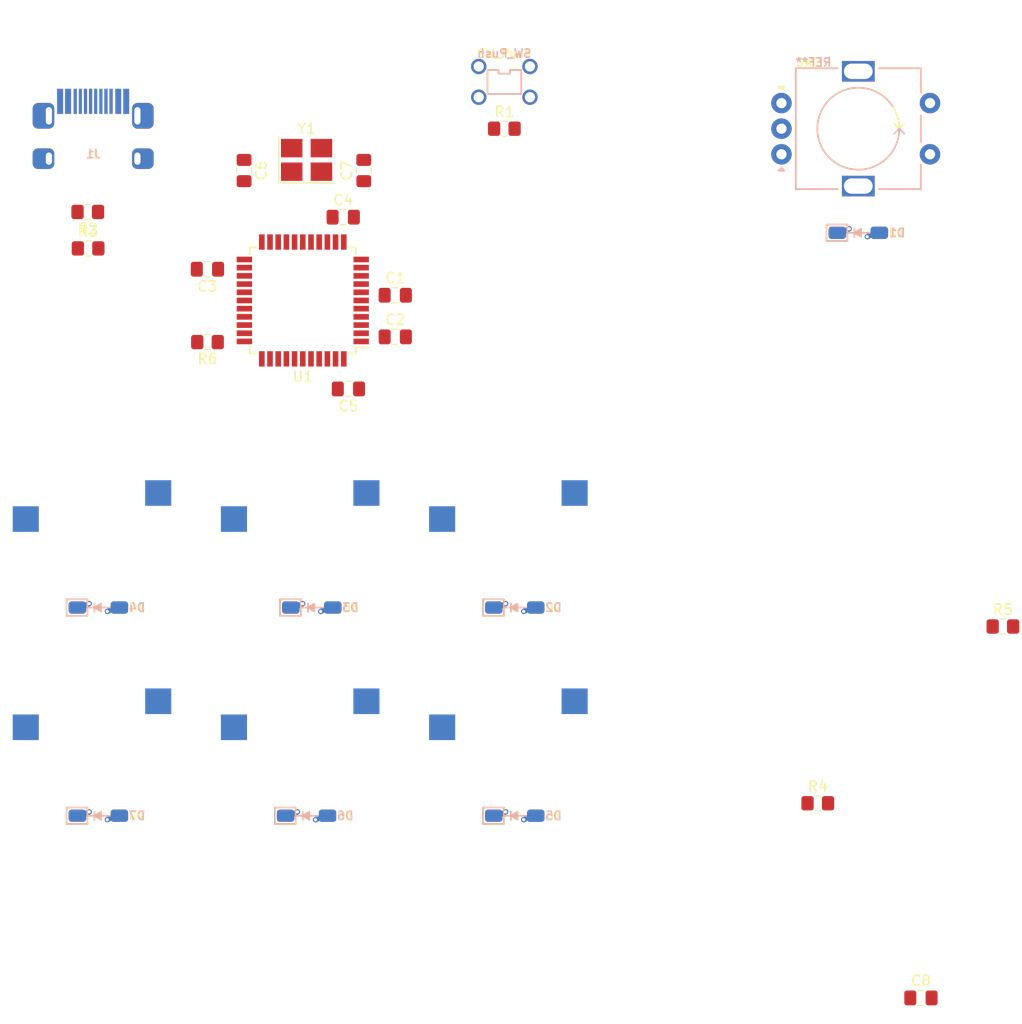
<source format=kicad_pcb>
(kicad_pcb (version 20211014) (generator pcbnew)
  (layers (0 "F.Cu" signal) (31 "B.Cu" signal) (34 "B.Paste" user) (35 "F.Paste" user) (36 "B.SilkS" user "B.Silkscreen") (37 "F.SilkS" user "F.Silkscreen") (38 "B.Mask" user) (39 "F.Mask" user) (44 "Edge.Cuts" user))
  (net 0 "")
  (net 1 "GND")
  (net 2 "Net-(C6-Pad2)")
  (net 3 "Net-(C7-Pad2)")
  (net 4 "Net-(C8-Pad1)")
  (net 5 "row0")
  (net 6 "Net-(D1-Pad2)")
  (net 7 "row1")
  (net 8 "Net-(D2-Pad2)")
  (net 9 "Net-(D3-Pad2)")
  (net 10 "Net-(D4-Pad2)")
  (net 11 "row2")
  (net 12 "Net-(D5-Pad2)")
  (net 13 "Net-(D6-Pad2)")
  (net 14 "Net-(D7-Pad2)")
  (net 15 "VCC")
  (net 16 "Net-(J1-PadA5)")
  (net 17 "D-")
  (net 18 "D+")
  (net 19 "Net-(J1-PadB5)")
  (net 20 "col0")
  (net 21 "col1")
  (net 22 "col2")
  (net 23 "Net-(R1-Pad2)")
  (net 24 "Net-(R4-Pad2)")
  (net 25 "Net-(R5-Pad2)")
  (net 26 "Net-(R6-Pad1)")
  (net 27 "encA")
  (net 28 "encC")
  (net 29 "encB")
  (footprint "Resistor_SMD:R_0805_2012Metric_Pad1.20x1.40mm_HandSolder" (layer "F.Cu") (at 109.8385 90.728)
    (fp_text reference "R4" (at 0 -1.65) (layer "F.SilkS"))
    (fp_text value "22")
    (pad "1" smd roundrect locked (at -1 0) (size 1.2 1.4) (layers "F.Cu" "F.Paste" "F.Mask") (roundrect_rratio 0.208333) (net 18 "D+"))
    (pad "2" smd roundrect locked (at 1 0) (size 1.2 1.4) (layers "F.Cu" "F.Paste" "F.Mask") (roundrect_rratio 0.208333) (net 24 "Net-(R4-Pad2)"))
  )
  (footprint "Resistor_SMD:R_0805_2012Metric_Pad1.20x1.40mm_HandSolder" (layer "F.Cu") (at 38.592 33.02 180)
    (fp_text reference "R2" (at 0 -1.65) (layer "F.SilkS"))
    (fp_text value "5.1k")
    (pad "1" smd roundrect locked (at -1 0 180) (size 1.2 1.4) (layers "F.Cu" "F.Paste" "F.Mask") (roundrect_rratio 0.208333) (net 1 "GND"))
    (pad "2" smd roundrect locked (at 1 0 180) (size 1.2 1.4) (layers "F.Cu" "F.Paste" "F.Mask") (roundrect_rratio 0.208333) (net 16 "Net-(J1-PadA5)"))
  )
  (footprint "Capacitor_SMD:C_0805_2012Metric_Pad1.18x1.45mm_HandSolder" (layer "F.Cu") (at 68.6015 41.148)
    (fp_text reference "C1" (at 0 -1.68) (layer "F.SilkS"))
    (fp_text value "0.1uF")
    (pad "1" smd roundrect locked (at -1.0375 0) (size 1.175 1.45) (layers "F.Cu" "F.Paste" "F.Mask") (roundrect_rratio 0.212766) (net 15 "VCC"))
    (pad "2" smd roundrect locked (at 1.0375 0) (size 1.175 1.45) (layers "F.Cu" "F.Paste" "F.Mask") (roundrect_rratio 0.212766) (net 1 "GND"))
  )
  (footprint "MX_Only:MXOnly-1U-Hotswap" (layer "F.Cu") (at 59.944 85.852)
    (fp_text reference "MX5")
    (fp_text value "MX-NoLED")
    (pad "" np_thru_hole circle locked (at 5.08 0 48.0996) (size 1.75 1.75) (drill 1.75) (layers *.Cu *.Mask))
    (pad "" np_thru_hole circle locked (at 2.54 -5.08) (size 3 3) (drill 3) (layers *.Cu *.Mask))
    (pad "" np_thru_hole circle locked (at -3.81 -2.54) (size 3 3) (drill 3) (layers *.Cu *.Mask))
    (pad "" np_thru_hole circle locked (at -5.08 0 48.0996) (size 1.75 1.75) (drill 1.75) (layers *.Cu *.Mask))
    (pad "" np_thru_hole circle locked (at 0 0) (size 3.9878 3.9878) (drill 3.9878) (layers *.Cu *.Mask))
    (pad "1" smd rect locked (at -7.085 -2.54) (size 2.55 2.5) (layers "B.Cu" "B.Paste" "B.Mask") (net 21 "col1"))
    (pad "2" smd rect locked (at 5.842 -5.08) (size 2.55 2.5) (layers "B.Cu" "B.Paste" "B.Mask") (net 13 "Net-(D6-Pad2)"))
  )
  (footprint "Capacitor_SMD:C_0805_2012Metric_Pad1.18x1.45mm_HandSolder" (layer "F.Cu") (at 119.9095 109.728)
    (fp_text reference "C8" (at 0 -1.68) (layer "F.SilkS"))
    (fp_text value "1uF")
    (pad "1" smd roundrect locked (at -1.0375 0) (size 1.175 1.45) (layers "F.Cu" "F.Paste" "F.Mask") (roundrect_rratio 0.212766) (net 4 "Net-(C8-Pad1)"))
    (pad "2" smd roundrect locked (at 1.0375 0) (size 1.175 1.45) (layers "F.Cu" "F.Paste" "F.Mask") (roundrect_rratio 0.212766) (net 1 "GND"))
  )
  (footprint "MX_Only:MXOnly-1U-Hotswap" (layer "F.Cu") (at 59.944 65.532)
    (fp_text reference "MX2")
    (fp_text value "MX-NoLED")
    (pad "" np_thru_hole circle locked (at 5.08 0 48.0996) (size 1.75 1.75) (drill 1.75) (layers *.Cu *.Mask))
    (pad "" np_thru_hole circle locked (at -5.08 0 48.0996) (size 1.75 1.75) (drill 1.75) (layers *.Cu *.Mask))
    (pad "" np_thru_hole circle locked (at -3.81 -2.54) (size 3 3) (drill 3) (layers *.Cu *.Mask))
    (pad "" np_thru_hole circle locked (at 2.54 -5.08) (size 3 3) (drill 3) (layers *.Cu *.Mask))
    (pad "" np_thru_hole circle locked (at 0 0) (size 3.9878 3.9878) (drill 3.9878) (layers *.Cu *.Mask))
    (pad "1" smd rect locked (at -7.085 -2.54) (size 2.55 2.5) (layers "B.Cu" "B.Paste" "B.Mask") (net 21 "col1"))
    (pad "2" smd rect locked (at 5.842 -5.08) (size 2.55 2.5) (layers "B.Cu" "B.Paste" "B.Mask") (net 9 "Net-(D3-Pad2)"))
  )
  (footprint "reversible-kicad-footprints:D_SOD-123" (layer "F.Cu") (at 80.264 91.948)
    (fp_text reference "D5" (at 2.882 0) (layer "F.SilkS") (effects (font (size 0.8128 0.8128) (thickness 0.1524)) (justify left)))
    (fp_text value "D_Small")
    (fp_text user "${REFERENCE}" (at 2.882 0) (layer "B.SilkS") (effects (font (size 0.8128 0.8128) (thickness 0.1524)) (justify right mirror)))
    (pad "1" thru_hole circle locked (at -0.889 -0.381) (size 0.5 0.5) (drill 0.3) (layers *.Cu) (net 11 "row2") (thermal_gap 0.2))
    (pad "1" smd roundrect locked (at -2.051 0) (size 1.701 1.2) (layers "F.Cu" "F.Paste" "F.Mask") (net 11 "row2") (thermal_gap 0.2))
    (pad "1" smd custom locked (at -1.651 0) (size 0.01 0.01) (layers "F.Cu") (net 11 "row2") (thermal_gap 0.2) (options (clearance convexhull) (anchor circle)) (primitives (gr_line (start 0.762 -0.381) (end 0 0) (width 0.5))))
    (pad "1" smd roundrect locked (at -2.051 0) (size 1.701 1.2) (layers "B.Cu" "B.Paste" "B.Mask") (net 11 "row2") (thermal_gap 0.2))
    (pad "1" smd custom locked (at -1.651 0) (size 0.01 0.01) (layers "B.Cu") (net 11 "row2") (thermal_gap 0.2) (options (clearance convexhull) (anchor circle)) (primitives (gr_line (start 0.762 -0.381) (end 0 0) (width 0.5))))
    (pad "2" smd custom locked (at 1.651 0) (size 0.01 0.01) (layers "F.Cu") (net 12 "Net-(D5-Pad2)") (thermal_gap 0.2) (options (clearance convexhull) (anchor circle)) (primitives (gr_line (start -0.761 0.381) (end 0.001 0) (width 0.5))))
    (pad "2" smd custom locked (at 1.651 0) (size 0.01 0.01) (layers "B.Cu") (net 12 "Net-(D5-Pad2)") (thermal_gap 0.2) (options (clearance convexhull) (anchor circle)) (primitives (gr_line (start -0.761 0.381) (end 0.001 0) (width 0.5))))
    (pad "2" smd roundrect locked (at 2.051 0) (size 1.701 1.2) (layers "B.Cu" "B.Paste" "B.Mask") (net 12 "Net-(D5-Pad2)") (thermal_gap 0.2))
    (pad "2" thru_hole circle locked (at 0.87 0.381) (size 0.5 0.5) (drill 0.3) (layers *.Cu) (net 12 "Net-(D5-Pad2)") (thermal_gap 0.2))
    (pad "2" smd roundrect locked (at 2.051 0) (size 1.701 1.2) (layers "F.Cu" "F.Paste" "F.Mask") (net 12 "Net-(D5-Pad2)") (thermal_gap 0.2))
  )
  (footprint "reversible-kicad-footprints:D_SOD-123" (layer "F.Cu") (at 59.944 91.948)
    (fp_text reference "D6" (at 2.882 0) (layer "F.SilkS") (effects (font (size 0.8128 0.8128) (thickness 0.1524)) (justify left)))
    (fp_text value "D_Small")
    (fp_text user "${REFERENCE}" (at 2.882 0) (layer "B.SilkS") (effects (font (size 0.8128 0.8128) (thickness 0.1524)) (justify right mirror)))
    (pad "1" smd roundrect locked (at -2.051 0) (size 1.701 1.2) (layers "B.Cu" "B.Paste" "B.Mask") (net 11 "row2") (thermal_gap 0.2))
    (pad "1" smd custom locked (at -1.651 0) (size 0.01 0.01) (layers "B.Cu") (net 11 "row2") (thermal_gap 0.2) (options (clearance convexhull) (anchor circle)) (primitives (gr_line (start 0.762 -0.381) (end 0 0) (width 0.5))))
    (pad "1" smd roundrect locked (at -2.051 0) (size 1.701 1.2) (layers "F.Cu" "F.Paste" "F.Mask") (net 11 "row2") (thermal_gap 0.2))
    (pad "1" smd custom locked (at -1.651 0) (size 0.01 0.01) (layers "F.Cu") (net 11 "row2") (thermal_gap 0.2) (options (clearance convexhull) (anchor circle)) (primitives (gr_line (start 0.762 -0.381) (end 0 0) (width 0.5))))
    (pad "1" thru_hole circle locked (at -0.889 -0.381) (size 0.5 0.5) (drill 0.3) (layers *.Cu) (net 11 "row2") (thermal_gap 0.2))
    (pad "2" thru_hole circle locked (at 0.87 0.381) (size 0.5 0.5) (drill 0.3) (layers *.Cu) (net 13 "Net-(D6-Pad2)") (thermal_gap 0.2))
    (pad "2" smd roundrect locked (at 2.051 0) (size 1.701 1.2) (layers "B.Cu" "B.Paste" "B.Mask") (net 13 "Net-(D6-Pad2)") (thermal_gap 0.2))
    (pad "2" smd custom locked (at 1.651 0) (size 0.01 0.01) (layers "F.Cu") (net 13 "Net-(D6-Pad2)") (thermal_gap 0.2) (options (clearance convexhull) (anchor circle)) (primitives (gr_line (start -0.761 0.381) (end 0.001 0) (width 0.5))))
    (pad "2" smd custom locked (at 1.651 0) (size 0.01 0.01) (layers "B.Cu") (net 13 "Net-(D6-Pad2)") (thermal_gap 0.2) (options (clearance convexhull) (anchor circle)) (primitives (gr_line (start -0.761 0.381) (end 0.001 0) (width 0.5))))
    (pad "2" smd roundrect locked (at 2.051 0) (size 1.701 1.2) (layers "F.Cu" "F.Paste" "F.Mask") (net 13 "Net-(D6-Pad2)") (thermal_gap 0.2))
  )
  (footprint "Capacitor_SMD:C_0805_2012Metric_Pad1.18x1.45mm_HandSolder" (layer "F.Cu") (at 65.532 28.9775 90)
    (fp_text reference "C7" (at 0 -1.68 90) (layer "F.SilkS"))
    (fp_text value "22pF")
    (pad "1" smd roundrect locked (at -1.0375 0 90) (size 1.175 1.45) (layers "F.Cu" "F.Paste" "F.Mask") (roundrect_rratio 0.212766) (net 1 "GND"))
    (pad "2" smd roundrect locked (at 1.0375 0 90) (size 1.175 1.45) (layers "F.Cu" "F.Paste" "F.Mask") (roundrect_rratio 0.212766) (net 3 "Net-(C7-Pad2)"))
  )
  (footprint "Resistor_SMD:R_0805_2012Metric_Pad1.20x1.40mm_HandSolder" (layer "F.Cu") (at 127.9085 73.478)
    (fp_text reference "R5" (at 0 -1.65) (layer "F.SilkS"))
    (fp_text value "22")
    (pad "1" smd roundrect locked (at -1 0) (size 1.2 1.4) (layers "F.Cu" "F.Paste" "F.Mask") (roundrect_rratio 0.208333) (net 17 "D-"))
    (pad "2" smd roundrect locked (at 1 0) (size 1.2 1.4) (layers "F.Cu" "F.Paste" "F.Mask") (roundrect_rratio 0.208333) (net 25 "Net-(R5-Pad2)"))
  )
  (footprint "MX_Only:MXOnly-1U-Hotswap" (layer "F.Cu") (at 39.624 85.852)
    (fp_text reference "MX6")
    (fp_text value "MX-NoLED")
    (pad "" np_thru_hole circle locked (at 2.54 -5.08) (size 3 3) (drill 3) (layers *.Cu *.Mask))
    (pad "" np_thru_hole circle locked (at -5.08 0 48.0996) (size 1.75 1.75) (drill 1.75) (layers *.Cu *.Mask))
    (pad "" np_thru_hole circle locked (at -3.81 -2.54) (size 3 3) (drill 3) (layers *.Cu *.Mask))
    (pad "" np_thru_hole circle locked (at 0 0) (size 3.9878 3.9878) (drill 3.9878) (layers *.Cu *.Mask))
    (pad "" np_thru_hole circle locked (at 5.08 0 48.0996) (size 1.75 1.75) (drill 1.75) (layers *.Cu *.Mask))
    (pad "1" smd rect locked (at -7.085 -2.54) (size 2.55 2.5) (layers "B.Cu" "B.Paste" "B.Mask") (net 22 "col2"))
    (pad "2" smd rect locked (at 5.842 -5.08) (size 2.55 2.5) (layers "B.Cu" "B.Paste" "B.Mask") (net 14 "Net-(D7-Pad2)"))
  )
  (footprint "reversible-kicad-footprints:D_SOD-123" (layer "F.Cu") (at 60.452 71.628)
    (fp_text reference "D3" (at 2.882 0) (layer "F.SilkS") (effects (font (size 0.8128 0.8128) (thickness 0.1524)) (justify left)))
    (fp_text value "D_Small")
    (fp_text user "${REFERENCE}" (at 2.882 0) (layer "B.SilkS") (effects (font (size 0.8128 0.8128) (thickness 0.1524)) (justify right mirror)))
    (pad "1" thru_hole circle locked (at -0.889 -0.381) (size 0.5 0.5) (drill 0.3) (layers *.Cu) (net 7 "row1") (thermal_gap 0.2))
    (pad "1" smd custom locked (at -1.651 0) (size 0.01 0.01) (layers "B.Cu") (net 7 "row1") (thermal_gap 0.2) (options (clearance convexhull) (anchor circle)) (primitives (gr_line (start 0.762 -0.381) (end 0 0) (width 0.5))))
    (pad "1" smd custom locked (at -1.651 0) (size 0.01 0.01) (layers "F.Cu") (net 7 "row1") (thermal_gap 0.2) (options (clearance convexhull) (anchor circle)) (primitives (gr_line (start 0.762 -0.381) (end 0 0) (width 0.5))))
    (pad "1" smd roundrect locked (at -2.051 0) (size 1.701 1.2) (layers "F.Cu" "F.Paste" "F.Mask") (net 7 "row1") (thermal_gap 0.2))
    (pad "1" smd roundrect locked (at -2.051 0) (size 1.701 1.2) (layers "B.Cu" "B.Paste" "B.Mask") (net 7 "row1") (thermal_gap 0.2))
    (pad "2" smd roundrect locked (at 2.051 0) (size 1.701 1.2) (layers "B.Cu" "B.Paste" "B.Mask") (net 9 "Net-(D3-Pad2)") (thermal_gap 0.2))
    (pad "2" smd custom locked (at 1.651 0) (size 0.01 0.01) (layers "B.Cu") (net 9 "Net-(D3-Pad2)") (thermal_gap 0.2) (options (clearance convexhull) (anchor circle)) (primitives (gr_line (start -0.761 0.381) (end 0.001 0) (width 0.5))))
    (pad "2" thru_hole circle locked (at 0.87 0.381) (size 0.5 0.5) (drill 0.3) (layers *.Cu) (net 9 "Net-(D3-Pad2)") (thermal_gap 0.2))
    (pad "2" smd custom locked (at 1.651 0) (size 0.01 0.01) (layers "F.Cu") (net 9 "Net-(D3-Pad2)") (thermal_gap 0.2) (options (clearance convexhull) (anchor circle)) (primitives (gr_line (start -0.761 0.381) (end 0.001 0) (width 0.5))))
    (pad "2" smd roundrect locked (at 2.051 0) (size 1.701 1.2) (layers "F.Cu" "F.Paste" "F.Mask") (net 9 "Net-(D3-Pad2)") (thermal_gap 0.2))
  )
  (footprint "Capacitor_SMD:C_0805_2012Metric_Pad1.18x1.45mm_HandSolder" (layer "F.Cu") (at 68.6015 45.212)
    (fp_text reference "C2" (at 0 -1.68) (layer "F.SilkS"))
    (fp_text value "0.1uF")
    (pad "1" smd roundrect locked (at -1.0375 0) (size 1.175 1.45) (layers "F.Cu" "F.Paste" "F.Mask") (roundrect_rratio 0.212766) (net 15 "VCC"))
    (pad "2" smd roundrect locked (at 1.0375 0) (size 1.175 1.45) (layers "F.Cu" "F.Paste" "F.Mask") (roundrect_rratio 0.212766) (net 1 "GND"))
  )
  (footprint "MX_Only:MXOnly-1U-Hotswap" (layer "F.Cu") (at 39.624 65.532)
    (fp_text reference "MX3")
    (fp_text value "MX-NoLED")
    (pad "" np_thru_hole circle locked (at 5.08 0 48.0996) (size 1.75 1.75) (drill 1.75) (layers *.Cu *.Mask))
    (pad "" np_thru_hole circle locked (at -5.08 0 48.0996) (size 1.75 1.75) (drill 1.75) (layers *.Cu *.Mask))
    (pad "" np_thru_hole circle locked (at 2.54 -5.08) (size 3 3) (drill 3) (layers *.Cu *.Mask))
    (pad "" np_thru_hole circle locked (at 0 0) (size 3.9878 3.9878) (drill 3.9878) (layers *.Cu *.Mask))
    (pad "" np_thru_hole circle locked (at -3.81 -2.54) (size 3 3) (drill 3) (layers *.Cu *.Mask))
    (pad "1" smd rect locked (at -7.085 -2.54) (size 2.55 2.5) (layers "B.Cu" "B.Paste" "B.Mask") (net 22 "col2"))
    (pad "2" smd rect locked (at 5.842 -5.08) (size 2.55 2.5) (layers "B.Cu" "B.Paste" "B.Mask") (net 10 "Net-(D4-Pad2)"))
  )
  (footprint "Package_QFP:TQFP-44_10x10mm_P0.8mm" (layer "F.Cu") (at 59.576 41.656 180)
    (fp_text reference "U1" (at 0 -7.45) (layer "F.SilkS"))
    (fp_text value "ATmega32U4-A")
    (pad "1" smd rect locked (at -5.7 -4 180) (size 1.5 0.55) (layers "F.Cu" "F.Paste" "F.Mask"))
    (pad "2" smd rect locked (at -5.7 -3.2 180) (size 1.5 0.55) (layers "F.Cu" "F.Paste" "F.Mask") (net 15 "VCC"))
    (pad "3" smd rect locked (at -5.7 -2.4 180) (size 1.5 0.55) (layers "F.Cu" "F.Paste" "F.Mask") (net 25 "Net-(R5-Pad2)"))
    (pad "4" smd rect locked (at -5.7 -1.6 180) (size 1.5 0.55) (layers "F.Cu" "F.Paste" "F.Mask") (net 24 "Net-(R4-Pad2)"))
    (pad "5" smd rect locked (at -5.7 -0.8 180) (size 1.5 0.55) (layers "F.Cu" "F.Paste" "F.Mask") (net 1 "GND"))
    (pad "6" smd rect locked (at -5.7 0 180) (size 1.5 0.55) (layers "F.Cu" "F.Paste" "F.Mask") (net 4 "Net-(C8-Pad1)"))
    (pad "7" smd rect locked (at -5.7 0.8 180) (size 1.5 0.55) (layers "F.Cu" "F.Paste" "F.Mask") (net 15 "VCC"))
    (pad "8" smd rect locked (at -5.7 1.6 180) (size 1.5 0.55) (layers "F.Cu" "F.Paste" "F.Mask"))
    (pad "9" smd rect locked (at -5.7 2.4 180) (size 1.5 0.55) (layers "F.Cu" "F.Paste" "F.Mask"))
    (pad "10" smd rect locked (at -5.7 3.2 180) (size 1.5 0.55) (layers "F.Cu" "F.Paste" "F.Mask"))
    (pad "11" smd rect locked (at -5.7 4 180) (size 1.5 0.55) (layers "F.Cu" "F.Paste" "F.Mask"))
    (pad "12" smd rect locked (at -4 5.7 270) (size 1.5 0.55) (layers "F.Cu" "F.Paste" "F.Mask"))
    (pad "13" smd rect locked (at -3.2 5.7 270) (size 1.5 0.55) (layers "F.Cu" "F.Paste" "F.Mask") (net 23 "Net-(R1-Pad2)"))
    (pad "14" smd rect locked (at -2.4 5.7 270) (size 1.5 0.55) (layers "F.Cu" "F.Paste" "F.Mask") (net 15 "VCC"))
    (pad "15" smd rect locked (at -1.6 5.7 270) (size 1.5 0.55) (layers "F.Cu" "F.Paste" "F.Mask") (net 1 "GND"))
    (pad "16" smd rect locked (at -0.8 5.7 270) (size 1.5 0.55) (layers "F.Cu" "F.Paste" "F.Mask") (net 3 "Net-(C7-Pad2)"))
    (pad "17" smd rect locked (at 0 5.7 270) (size 1.5 0.55) (layers "F.Cu" "F.Paste" "F.Mask") (net 2 "Net-(C6-Pad2)"))
    (pad "18" smd rect locked (at 0.8 5.7 270) (size 1.5 0.55) (layers "F.Cu" "F.Paste" "F.Mask"))
    (pad "19" smd rect locked (at 1.6 5.7 270) (size 1.5 0.55) (layers "F.Cu" "F.Paste" "F.Mask"))
    (pad "20" smd rect locked (at 2.4 5.7 270) (size 1.5 0.55) (layers "F.Cu" "F.Paste" "F.Mask"))
    (pad "21" smd rect locked (at 3.2 5.7 270) (size 1.5 0.55) (layers "F.Cu" "F.Paste" "F.Mask"))
    (pad "22" smd rect locked (at 4 5.7 270) (size 1.5 0.55) (layers "F.Cu" "F.Paste" "F.Mask"))
    (pad "23" smd rect locked (at 5.7 4 180) (size 1.5 0.55) (layers "F.Cu" "F.Paste" "F.Mask") (net 1 "GND"))
    (pad "24" smd rect locked (at 5.7 3.2 180) (size 1.5 0.55) (layers "F.Cu" "F.Paste" "F.Mask") (net 15 "VCC"))
    (pad "25" smd rect locked (at 5.7 2.4 180) (size 1.5 0.55) (layers "F.Cu" "F.Paste" "F.Mask"))
    (pad "26" smd rect locked (at 5.7 1.6 180) (size 1.5 0.55) (layers "F.Cu" "F.Paste" "F.Mask"))
    (pad "27" smd rect locked (at 5.7 0.8 180) (size 1.5 0.55) (layers "F.Cu" "F.Paste" "F.Mask"))
    (pad "28" smd rect locked (at 5.7 0 180) (size 1.5 0.55) (layers "F.Cu" "F.Paste" "F.Mask"))
    (pad "29" smd rect locked (at 5.7 -0.8 180) (size 1.5 0.55) (layers "F.Cu" "F.Paste" "F.Mask"))
    (pad "30" smd rect locked (at 5.7 -1.6 180) (size 1.5 0.55) (layers "F.Cu" "F.Paste" "F.Mask"))
    (pad "31" smd rect locked (at 5.7 -2.4 180) (size 1.5 0.55) (layers "F.Cu" "F.Paste" "F.Mask"))
    (pad "32" smd rect locked (at 5.7 -3.2 180) (size 1.5 0.55) (layers "F.Cu" "F.Paste" "F.Mask"))
    (pad "33" smd rect locked (at 5.7 -4 180) (size 1.5 0.55) (layers "F.Cu" "F.Paste" "F.Mask") (net 26 "Net-(R6-Pad1)"))
    (pad "34" smd rect locked (at 4 -5.7 270) (size 1.5 0.55) (layers "F.Cu" "F.Paste" "F.Mask") (net 15 "VCC"))
    (pad "35" smd rect locked (at 3.2 -5.7 270) (size 1.5 0.55) (layers "F.Cu" "F.Paste" "F.Mask") (net 1 "GND"))
    (pad "36" smd rect locked (at 2.4 -5.7 270) (size 1.5 0.55) (layers "F.Cu" "F.Paste" "F.Mask"))
    (pad "37" smd rect locked (at 1.6 -5.7 270) (size 1.5 0.55) (layers "F.Cu" "F.Paste" "F.Mask"))
    (pad "38" smd rect locked (at 0.8 -5.7 270) (size 1.5 0.55) (layers "F.Cu" "F.Paste" "F.Mask"))
    (pad "39" smd rect locked (at 0 -5.7 270) (size 1.5 0.55) (layers "F.Cu" "F.Paste" "F.Mask"))
    (pad "40" smd rect locked (at -0.8 -5.7 270) (size 1.5 0.55) (layers "F.Cu" "F.Paste" "F.Mask"))
    (pad "41" smd rect locked (at -1.6 -5.7 270) (size 1.5 0.55) (layers "F.Cu" "F.Paste" "F.Mask"))
    (pad "42" smd rect locked (at -2.4 -5.7 270) (size 1.5 0.55) (layers "F.Cu" "F.Paste" "F.Mask"))
    (pad "43" smd rect locked (at -3.2 -5.7 270) (size 1.5 0.55) (layers "F.Cu" "F.Paste" "F.Mask") (net 1 "GND"))
    (pad "44" smd rect locked (at -4 -5.7 270) (size 1.5 0.55) (layers "F.Cu" "F.Paste" "F.Mask") (net 15 "VCC"))
  )
  (footprint "reversible-kicad-footprints:D_SOD-123" (layer "F.Cu") (at 39.624 71.628)
    (fp_text reference "D4" (at 2.882 0) (layer "F.SilkS") (effects (font (size 0.8128 0.8128) (thickness 0.1524)) (justify left)))
    (fp_text value "D_Small")
    (fp_text user "${REFERENCE}" (at 2.882 0) (layer "B.SilkS") (effects (font (size 0.8128 0.8128) (thickness 0.1524)) (justify right mirror)))
    (pad "1" smd custom locked (at -1.651 0) (size 0.01 0.01) (layers "F.Cu") (net 7 "row1") (thermal_gap 0.2) (options (clearance convexhull) (anchor circle)) (primitives (gr_line (start 0.762 -0.381) (end 0 0) (width 0.5))))
    (pad "1" smd custom locked (at -1.651 0) (size 0.01 0.01) (layers "B.Cu") (net 7 "row1") (thermal_gap 0.2) (options (clearance convexhull) (anchor circle)) (primitives (gr_line (start 0.762 -0.381) (end 0 0) (width 0.5))))
    (pad "1" smd roundrect locked (at -2.051 0) (size 1.701 1.2) (layers "B.Cu" "B.Paste" "B.Mask") (net 7 "row1") (thermal_gap 0.2))
    (pad "1" smd roundrect locked (at -2.051 0) (size 1.701 1.2) (layers "F.Cu" "F.Paste" "F.Mask") (net 7 "row1") (thermal_gap 0.2))
    (pad "1" thru_hole circle locked (at -0.889 -0.381) (size 0.5 0.5) (drill 0.3) (layers *.Cu) (net 7 "row1") (thermal_gap 0.2))
    (pad "2" smd roundrect locked (at 2.051 0) (size 1.701 1.2) (layers "F.Cu" "F.Paste" "F.Mask") (net 10 "Net-(D4-Pad2)") (thermal_gap 0.2))
    (pad "2" smd custom locked (at 1.651 0) (size 0.01 0.01) (layers "B.Cu") (net 10 "Net-(D4-Pad2)") (thermal_gap 0.2) (options (clearance convexhull) (anchor circle)) (primitives (gr_line (start -0.761 0.381) (end 0.001 0) (width 0.5))))
    (pad "2" thru_hole circle locked (at 0.87 0.381) (size 0.5 0.5) (drill 0.3) (layers *.Cu) (net 10 "Net-(D4-Pad2)") (thermal_gap 0.2))
    (pad "2" smd custom locked (at 1.651 0) (size 0.01 0.01) (layers "F.Cu") (net 10 "Net-(D4-Pad2)") (thermal_gap 0.2) (options (clearance convexhull) (anchor circle)) (primitives (gr_line (start -0.761 0.381) (end 0.001 0) (width 0.5))))
    (pad "2" smd roundrect locked (at 2.051 0) (size 1.701 1.2) (layers "B.Cu" "B.Paste" "B.Mask") (net 10 "Net-(D4-Pad2)") (thermal_gap 0.2))
  )
  (footprint "Crystal:Crystal_SMD_3225-4Pin_3.2x2.5mm_HandSoldering" (layer "F.Cu") (at 59.944 27.94)
    (fp_text reference "Y1" (at 0 -3.05) (layer "F.SilkS"))
    (fp_text value "16MHz")
    (pad "1" smd rect locked (at -1.45 1.15) (size 2.1 1.8) (layers "F.Cu" "F.Paste" "F.Mask") (net 2 "Net-(C6-Pad2)"))
    (pad "2" smd rect locked (at 1.45 1.15) (size 2.1 1.8) (layers "F.Cu" "F.Paste" "F.Mask") (net 1 "GND"))
    (pad "3" smd rect locked (at 1.45 -1.15) (size 2.1 1.8) (layers "F.Cu" "F.Paste" "F.Mask") (net 3 "Net-(C7-Pad2)"))
    (pad "4" smd rect locked (at -1.45 -1.15) (size 2.1 1.8) (layers "F.Cu" "F.Paste" "F.Mask") (net 1 "GND"))
  )
  (footprint "reversible-kicad-footprints:HRO-TYPE-C-31-M-12-HandSoldering-NoSBU" (layer "F.Cu") (at 39.116 26.416)
    (fp_text reference "J1" (at 0 0.94378) (layer "F.SilkS") (effects (font (size 0.8128 0.8128) (thickness 0.1524))))
    (fp_text value "HRO-TYPE-C")
    (fp_text user "${REFERENCE}" (at 0 0.94378) (layer "B.SilkS") (effects (font (size 0.8128 0.8128) (thickness 0.1524)) (justify mirror)))
    (pad "" np_thru_hole circle locked (at 2.89 -2.25) (size 0.65 0.65) (drill 0.65) (layers *.Cu *.Mask))
    (pad "" np_thru_hole circle locked (at -2.89 -2.25) (size 0.65 0.65) (drill 0.65) (layers *.Cu *.Mask))
    (pad "A1" smd rect locked (at -3.225 -4.195) (size 0.57 2.45) (layers "F.Cu" "F.Paste" "F.Mask") (net 1 "GND"))
    (pad "A1" smd rect locked (at 3.225 -4.195) (size 0.57 2.45) (layers "B.Cu" "B.Paste" "B.Mask") (net 1 "GND"))
    (pad "A4" smd rect locked (at -2.45 -4.195) (size 0.57 2.45) (layers "F.Cu" "F.Paste" "F.Mask") (net 15 "VCC"))
    (pad "A4" smd rect locked (at 2.45 -4.195) (size 0.57 2.45) (layers "B.Cu" "B.Paste" "B.Mask") (net 15 "VCC"))
    (pad "A5" smd rect locked (at -1.25 -4.195) (size 0.3 2.45) (layers "F.Cu" "F.Paste" "F.Mask") (net 16 "Net-(J1-PadA5)"))
    (pad "A5" smd rect locked (at 1.25 -4.195) (size 0.3 2.45) (layers "B.Cu" "B.Paste" "B.Mask") (net 16 "Net-(J1-PadA5)"))
    (pad "A6" smd rect locked (at 0.25 -4.195) (size 0.3 2.45) (layers "B.Cu" "B.Paste" "B.Mask") (net 18 "D+"))
    (pad "A6" smd rect locked (at -0.25 -4.195) (size 0.3 2.45) (layers "F.Cu" "F.Paste" "F.Mask") (net 18 "D+"))
    (pad "A7" smd rect locked (at -0.25 -4.195) (size 0.3 2.45) (layers "B.Cu" "B.Paste" "B.Mask") (net 17 "D-"))
    (pad "A7" smd rect locked (at 0.25 -4.195) (size 0.3 2.45) (layers "F.Cu" "F.Paste" "F.Mask") (net 17 "D-"))
    (pad "B1" smd rect locked (at -3.225 -4.195) (size 0.57 2.45) (layers "B.Cu" "B.Paste" "B.Mask") (net 1 "GND"))
    (pad "B1" smd rect locked (at 3.225 -4.195) (size 0.57 2.45) (layers "F.Cu" "F.Paste" "F.Mask") (net 1 "GND"))
    (pad "B4" smd rect locked (at -2.45 -4.195) (size 0.57 2.45) (layers "B.Cu" "B.Paste" "B.Mask") (net 15 "VCC"))
    (pad "B4" smd rect locked (at 2.45 -4.195) (size 0.57 2.45) (layers "F.Cu" "F.Paste" "F.Mask") (net 15 "VCC"))
    (pad "B5" smd rect locked (at 1.75 -4.195) (size 0.3 2.45) (layers "F.Cu" "F.Paste" "F.Mask") (net 19 "Net-(J1-PadB5)"))
    (pad "B5" smd rect locked (at -1.75 -4.195) (size 0.3 2.45) (layers "B.Cu" "B.Paste" "B.Mask") (net 19 "Net-(J1-PadB5)"))
    (pad "B6" smd rect locked (at -0.75 -4.195) (size 0.3 2.45) (layers "B.Cu" "B.Paste" "B.Mask") (net 18 "D+"))
    (pad "B6" smd rect locked (at 0.75 -4.195) (size 0.3 2.45) (layers "F.Cu" "F.Paste" "F.Mask") (net 18 "D+"))
    (pad "B7" smd rect locked (at -0.75 -4.195) (size 0.3 2.45) (layers "F.Cu" "F.Paste" "F.Mask") (net 17 "D-"))
    (pad "B7" smd rect locked (at 0.75 -4.195) (size 0.3 2.45) (layers "B.Cu" "B.Paste" "B.Mask") (net 17 "D-"))
    (pad "S1" smd roundrect locked (at 4.85 1.4) (size 2.1 2) (layers "F.Cu" "F.Mask") (net 1 "GND"))
    (pad "S1" smd roundrect locked (at -4.85 1.4) (size 2.1 2) (layers "B.Cu" "B.Mask") (net 1 "GND"))
    (pad "S1" thru_hole oval locked (at 4.32 1.4) (size 1 1.6) (drill oval 0.6 1.2) (layers *.Cu *.Mask) (net 1 "GND"))
    (pad "S1" smd roundrect locked (at 4.85 1.4) (size 2.1 2) (layers "B.Cu" "B.Mask") (net 1 "GND"))
    (pad "S1" thru_hole oval locked (at -4.32 1.4) (size 1 1.6) (drill oval 0.6 1.2) (layers *.Cu *.Mask) (net 1 "GND"))
    (pad "S1" thru_hole oval locked (at -4.32 -2.78) (size 1 2.1) (drill oval 0.6 1.7) (layers *.Cu *.Mask) (net 1 "GND"))
    (pad "S1" smd roundrect locked (at -4.85 1.4) (size 2.1 2) (layers "F.Cu" "F.Mask") (net 1 "GND"))
    (pad "S1" smd roundrect locked (at -4.85 -2.78) (size 2.1 2.5) (layers "F.Cu" "F.Mask") (net 1 "GND"))
    (pad "S1" smd roundrect locked (at 4.85 -2.78) (size 2.1 2.5) (layers "B.Cu" "B.Mask") (net 1 "GND"))
    (pad "S1" smd roundrect locked (at 4.85 -2.78) (size 2.1 2.5) (layers "F.Cu" "F.Mask") (net 1 "GND"))
    (pad "S1" thru_hole oval locked (at 4.32 -2.78) (size 1 2.1) (drill oval 0.6 1.7) (layers *.Cu *.Mask) (net 1 "GND"))
    (pad "S1" smd roundrect locked (at -4.85 -2.78) (size 2.1 2.5) (layers "B.Cu" "B.Mask") (net 1 "GND"))
    (pad "~" smd rect locked (at 1.25 -4.195) (size 0.3 2.45) (layers "F.Cu" "F.Paste" "F.Mask"))
    (pad "~" smd rect locked (at 1.75 -4.195) (size 0.3 2.45) (layers "B.Cu" "B.Paste" "B.Mask"))
    (pad "~" smd rect locked (at -1.75 -4.195) (size 0.3 2.45) (layers "F.Cu" "F.Paste" "F.Mask"))
    (pad "~" smd rect locked (at -1.25 -4.195) (size 0.3 2.45) (layers "B.Cu" "B.Paste" "B.Mask"))
  )
  (footprint "Capacitor_SMD:C_0805_2012Metric_Pad1.18x1.45mm_HandSolder" (layer "F.Cu") (at 64.0295 50.292 180)
    (fp_text reference "C5" (at 0 -1.68) (layer "F.SilkS"))
    (fp_text value "10uF")
    (pad "1" smd roundrect locked (at -1.0375 0 180) (size 1.175 1.45) (layers "F.Cu" "F.Paste" "F.Mask") (roundrect_rratio 0.212766) (net 15 "VCC"))
    (pad "2" smd roundrect locked (at 1.0375 0 180) (size 1.175 1.45) (layers "F.Cu" "F.Paste" "F.Mask") (roundrect_rratio 0.212766) (net 1 "GND"))
  )
  (footprint "reversible-kicad-footprints:D_SOD-123" (layer "F.Cu") (at 39.624 91.948)
    (fp_text reference "D7" (at 2.882 0) (layer "F.SilkS") (effects (font (size 0.8128 0.8128) (thickness 0.1524)) (justify left)))
    (fp_text value "D_Small")
    (fp_text user "${REFERENCE}" (at 2.882 0) (layer "B.SilkS") (effects (font (size 0.8128 0.8128) (thickness 0.1524)) (justify right mirror)))
    (pad "1" smd custom locked (at -1.651 0) (size 0.01 0.01) (layers "F.Cu") (net 11 "row2") (thermal_gap 0.2) (options (clearance convexhull) (anchor circle)) (primitives (gr_line (start 0.762 -0.381) (end 0 0) (width 0.5))))
    (pad "1" smd roundrect locked (at -2.051 0) (size 1.701 1.2) (layers "F.Cu" "F.Paste" "F.Mask") (net 11 "row2") (thermal_gap 0.2))
    (pad "1" smd custom locked (at -1.651 0) (size 0.01 0.01) (layers "B.Cu") (net 11 "row2") (thermal_gap 0.2) (options (clearance convexhull) (anchor circle)) (primitives (gr_line (start 0.762 -0.381) (end 0 0) (width 0.5))))
    (pad "1" thru_hole circle locked (at -0.889 -0.381) (size 0.5 0.5) (drill 0.3) (layers *.Cu) (net 11 "row2") (thermal_gap 0.2))
    (pad "1" smd roundrect locked (at -2.051 0) (size 1.701 1.2) (layers "B.Cu" "B.Paste" "B.Mask") (net 11 "row2") (thermal_gap 0.2))
    (pad "2" smd roundrect locked (at 2.051 0) (size 1.701 1.2) (layers "B.Cu" "B.Paste" "B.Mask") (net 14 "Net-(D7-Pad2)") (thermal_gap 0.2))
    (pad "2" thru_hole circle locked (at 0.87 0.381) (size 0.5 0.5) (drill 0.3) (layers *.Cu) (net 14 "Net-(D7-Pad2)") (thermal_gap 0.2))
    (pad "2" smd roundrect locked (at 2.051 0) (size 1.701 1.2) (layers "F.Cu" "F.Paste" "F.Mask") (net 14 "Net-(D7-Pad2)") (thermal_gap 0.2))
    (pad "2" smd custom locked (at 1.651 0) (size 0.01 0.01) (layers "F.Cu") (net 14 "Net-(D7-Pad2)") (thermal_gap 0.2) (options (clearance convexhull) (anchor circle)) (primitives (gr_line (start -0.761 0.381) (end 0.001 0) (width 0.5))))
    (pad "2" smd custom locked (at 1.651 0) (size 0.01 0.01) (layers "B.Cu") (net 14 "Net-(D7-Pad2)") (thermal_gap 0.2) (options (clearance convexhull) (anchor circle)) (primitives (gr_line (start -0.761 0.381) (end 0.001 0) (width 0.5))))
  )
  (footprint "reversible-kicad-footprints:D_SOD-123" (layer "F.Cu") (at 113.792 35.052)
    (fp_text reference "D1" (at 2.882 0) (layer "F.SilkS") (effects (font (size 0.8128 0.8128) (thickness 0.1524)) (justify left)))
    (fp_text value "D_Small")
    (fp_text user "${REFERENCE}" (at 2.882 0) (layer "B.SilkS") (effects (font (size 0.8128 0.8128) (thickness 0.1524)) (justify right mirror)))
    (pad "1" smd custom locked (at -1.651 0) (size 0.01 0.01) (layers "B.Cu") (net 5 "row0") (thermal_gap 0.2) (options (clearance convexhull) (anchor circle)) (primitives (gr_line (start 0.762 -0.381) (end 0 0) (width 0.5))))
    (pad "1" smd roundrect locked (at -2.051 0) (size 1.701 1.2) (layers "F.Cu" "F.Paste" "F.Mask") (net 5 "row0") (thermal_gap 0.2))
    (pad "1" smd roundrect locked (at -2.051 0) (size 1.701 1.2) (layers "B.Cu" "B.Paste" "B.Mask") (net 5 "row0") (thermal_gap 0.2))
    (pad "1" thru_hole circle locked (at -0.889 -0.381) (size 0.5 0.5) (drill 0.3) (layers *.Cu) (net 5 "row0") (thermal_gap 0.2))
    (pad "1" smd custom locked (at -1.651 0) (size 0.01 0.01) (layers "F.Cu") (net 5 "row0") (thermal_gap 0.2) (options (clearance convexhull) (anchor circle)) (primitives (gr_line (start 0.762 -0.381) (end 0 0) (width 0.5))))
    (pad "2" smd roundrect locked (at 2.051 0) (size 1.701 1.2) (layers "B.Cu" "B.Paste" "B.Mask") (net 6 "Net-(D1-Pad2)") (thermal_gap 0.2))
    (pad "2" smd roundrect locked (at 2.051 0) (size 1.701 1.2) (layers "F.Cu" "F.Paste" "F.Mask") (net 6 "Net-(D1-Pad2)") (thermal_gap 0.2))
    (pad "2" thru_hole circle locked (at 0.87 0.381) (size 0.5 0.5) (drill 0.3) (layers *.Cu) (net 6 "Net-(D1-Pad2)") (thermal_gap 0.2))
    (pad "2" smd custom locked (at 1.651 0) (size 0.01 0.01) (layers "B.Cu") (net 6 "Net-(D1-Pad2)") (thermal_gap 0.2) (options (clearance convexhull) (anchor circle)) (primitives (gr_line (start -0.761 0.381) (end 0.001 0) (width 0.5))))
    (pad "2" smd custom locked (at 1.651 0) (size 0.01 0.01) (layers "F.Cu") (net 6 "Net-(D1-Pad2)") (thermal_gap 0.2) (options (clearance convexhull) (anchor circle)) (primitives (gr_line (start -0.761 0.381) (end 0.001 0) (width 0.5))))
  )
  (footprint "Capacitor_SMD:C_0805_2012Metric_Pad1.18x1.45mm_HandSolder" (layer "F.Cu") (at 50.2705 38.608 180)
    (fp_text reference "C3" (at 0 -1.68) (layer "F.SilkS"))
    (fp_text value "0.1uF")
    (pad "1" smd roundrect locked (at -1.0375 0 180) (size 1.175 1.45) (layers "F.Cu" "F.Paste" "F.Mask") (roundrect_rratio 0.212766) (net 15 "VCC"))
    (pad "2" smd roundrect locked (at 1.0375 0 180) (size 1.175 1.45) (layers "F.Cu" "F.Paste" "F.Mask") (roundrect_rratio 0.212766) (net 1 "GND"))
  )
  (footprint "reversible-kicad-footprints:EC11_Switch" (layer "F.Cu") (at 113.792 24.892)
    (fp_text reference "SW2" (at -6.223 -6.477) (layer "F.SilkS") (effects (font (size 0.8128 0.8128) (thickness 0.1524)) (justify left)))
    (fp_text value "RotaryEncoder_Switch")
    (fp_text user "REF**" (at -6.223 -6.477 180) (layer "B.SilkS") (effects (font (size 0.8128 0.8128) (thickness 0.1524)) (justify right mirror)))
    (pad "A" thru_hole circle locked (at -7.5 -2.5) (size 2 2) (drill 1) (layers *.Cu *.Mask) (net 27 "encA"))
    (pad "B" thru_hole circle locked (at -7.5 2.5) (size 2 2) (drill 1) (layers *.Cu *.Mask) (net 29 "encB"))
    (pad "C" thru_hole circle locked (at -7.5 0) (size 2 2) (drill 1) (layers *.Cu *.Mask) (net 28 "encC"))
    (pad "MP" thru_hole rect locked (at 0 5.6) (size 3.2 2) (drill oval 2.8 1.5) (layers *.Cu *.Mask))
    (pad "MP" thru_hole rect locked (at 0 -5.6) (size 3.2 2) (drill oval 2.8 1.5) (layers *.Cu *.Mask))
    (pad "S1" thru_hole circle locked (at 7 2.5) (size 2 2) (drill 1) (layers *.Cu *.Mask) (net 21 "col1"))
    (pad "S2" thru_hole circle locked (at 7 -2.5) (size 2 2) (drill 1) (layers *.Cu *.Mask) (net 6 "Net-(D1-Pad2)"))
  )
  (footprint "MX_Only:MXOnly-1U-Hotswap" (layer "F.Cu") (at 80.264 85.852)
    (fp_text reference "MX4")
    (fp_text value "MX-NoLED")
    (pad "" np_thru_hole circle locked (at -3.81 -2.54) (size 3 3) (drill 3) (layers *.Cu *.Mask))
    (pad "" np_thru_hole circle locked (at -5.08 0 48.0996) (size 1.75 1.75) (drill 1.75) (layers *.Cu *.Mask))
    (pad "" np_thru_hole circle locked (at 5.08 0 48.0996) (size 1.75 1.75) (drill 1.75) (layers *.Cu *.Mask))
    (pad "" np_thru_hole circle locked (at 0 0) (size 3.9878 3.9878) (drill 3.9878) (layers *.Cu *.Mask))
    (pad "" np_thru_hole circle locked (at 2.54 -5.08) (size 3 3) (drill 3) (layers *.Cu *.Mask))
    (pad "1" smd rect locked (at -7.085 -2.54) (size 2.55 2.5) (layers "B.Cu" "B.Paste" "B.Mask") (net 20 "col0"))
    (pad "2" smd rect locked (at 5.842 -5.08) (size 2.55 2.5) (layers "B.Cu" "B.Paste" "B.Mask") (net 12 "Net-(D5-Pad2)"))
  )
  (footprint "Resistor_SMD:R_0805_2012Metric_Pad1.20x1.40mm_HandSolder" (layer "F.Cu") (at 38.624 36.576)
    (fp_text reference "R3" (at 0 -1.65) (layer "F.SilkS"))
    (fp_text value "5.1k")
    (pad "1" smd roundrect locked (at -1 0) (size 1.2 1.4) (layers "F.Cu" "F.Paste" "F.Mask") (roundrect_rratio 0.208333) (net 1 "GND"))
    (pad "2" smd roundrect locked (at 1 0) (size 1.2 1.4) (layers "F.Cu" "F.Paste" "F.Mask") (roundrect_rratio 0.208333) (net 19 "Net-(J1-PadB5)"))
  )
  (footprint "MX_Only:MXOnly-1U-Hotswap" (layer "F.Cu") (at 80.264 65.532)
    (fp_text reference "MX1")
    (fp_text value "MX-NoLED")
    (pad "" np_thru_hole circle locked (at 2.54 -5.08) (size 3 3) (drill 3) (layers *.Cu *.Mask))
    (pad "" np_thru_hole circle locked (at 5.08 0 48.0996) (size 1.75 1.75) (drill 1.75) (layers *.Cu *.Mask))
    (pad "" np_thru_hole circle locked (at -5.08 0 48.0996) (size 1.75 1.75) (drill 1.75) (layers *.Cu *.Mask))
    (pad "" np_thru_hole circle locked (at 0 0) (size 3.9878 3.9878) (drill 3.9878) (layers *.Cu *.Mask))
    (pad "" np_thru_hole circle locked (at -3.81 -2.54) (size 3 3) (drill 3) (layers *.Cu *.Mask))
    (pad "1" smd rect locked (at -7.085 -2.54) (size 2.55 2.5) (layers "B.Cu" "B.Paste" "B.Mask") (net 20 "col0"))
    (pad "2" smd rect locked (at 5.842 -5.08) (size 2.55 2.5) (layers "B.Cu" "B.Paste" "B.Mask") (net 8 "Net-(D2-Pad2)"))
  )
  (footprint "reversible-kicad-footprints:PushButton_4.5mm" (layer "F.Cu") (at 79.248 20.32 -90)
    (fp_text reference "SW1")
    (fp_text value "SW_Push")
    (fp_text user "${VALUE}" (at -2.7686 0) (layer "B.SilkS") (effects (font (size 0.8128 0.8128) (thickness 0.1524)) (justify mirror)))
    (fp_text user "${VALUE}" (at -2.7686 0) (layer "F.SilkS") (effects (font (size 0.8128 0.8128) (thickness 0.1524))))
    (pad "1" thru_hole circle locked (at -1.5 2.5 270) (size 1.5 1.5) (drill 1) (layers *.Cu *.Mask) (net 1 "GND"))
    (pad "1" thru_hole circle locked (at -1.5 -2.5 270) (size 1.5 1.5) (drill 1) (layers *.Cu *.Mask) (net 1 "GND"))
    (pad "2" thru_hole circle locked (at 1.5 -2.5 270) (size 1.5 1.5) (drill 1) (layers *.Cu *.Mask) (net 23 "Net-(R1-Pad2)"))
    (pad "2" thru_hole circle locked (at 1.5 2.5 270) (size 1.5 1.5) (drill 1) (layers *.Cu *.Mask) (net 23 "Net-(R1-Pad2)"))
  )
  (footprint "Capacitor_SMD:C_0805_2012Metric_Pad1.18x1.45mm_HandSolder" (layer "F.Cu") (at 53.848 28.9775 -90)
    (fp_text reference "C6" (at 0 -1.68 90) (layer "F.SilkS"))
    (fp_text value "22pF")
    (pad "1" smd roundrect locked (at -1.0375 0 270) (size 1.175 1.45) (layers "F.Cu" "F.Paste" "F.Mask") (roundrect_rratio 0.212766) (net 1 "GND"))
    (pad "2" smd roundrect locked (at 1.0375 0 270) (size 1.175 1.45) (layers "F.Cu" "F.Paste" "F.Mask") (roundrect_rratio 0.212766) (net 2 "Net-(C6-Pad2)"))
  )
  (footprint "Resistor_SMD:R_0805_2012Metric_Pad1.20x1.40mm_HandSolder" (layer "F.Cu") (at 50.276 45.72 180)
    (fp_text reference "R6" (at 0 -1.65) (layer "F.SilkS"))
    (fp_text value "10k")
    (pad "1" smd roundrect locked (at -1 0 180) (size 1.2 1.4) (layers "F.Cu" "F.Paste" "F.Mask") (roundrect_rratio 0.208333) (net 26 "Net-(R6-Pad1)"))
    (pad "2" smd roundrect locked (at 1 0 180) (size 1.2 1.4) (layers "F.Cu" "F.Paste" "F.Mask") (roundrect_rratio 0.208333) (net 1 "GND"))
  )
  (footprint "reversible-kicad-footprints:D_SOD-123" (layer "F.Cu") (at 80.264 71.628)
    (fp_text reference "D2" (at 2.882 0) (layer "F.SilkS") (effects (font (size 0.8128 0.8128) (thickness 0.1524)) (justify left)))
    (fp_text value "D_Small")
    (fp_text user "${REFERENCE}" (at 2.882 0) (layer "B.SilkS") (effects (font (size 0.8128 0.8128) (thickness 0.1524)) (justify right mirror)))
    (pad "1" smd custom locked (at -1.651 0) (size 0.01 0.01) (layers "B.Cu") (net 7 "row1") (thermal_gap 0.2) (options (clearance convexhull) (anchor circle)) (primitives (gr_line (start 0.762 -0.381) (end 0 0) (width 0.5))))
    (pad "1" smd roundrect locked (at -2.051 0) (size 1.701 1.2) (layers "F.Cu" "F.Paste" "F.Mask") (net 7 "row1") (thermal_gap 0.2))
    (pad "1" smd roundrect locked (at -2.051 0) (size 1.701 1.2) (layers "B.Cu" "B.Paste" "B.Mask") (net 7 "row1") (thermal_gap 0.2))
    (pad "1" smd custom locked (at -1.651 0) (size 0.01 0.01) (layers "F.Cu") (net 7 "row1") (thermal_gap 0.2) (options (clearance convexhull) (anchor circle)) (primitives (gr_line (start 0.762 -0.381) (end 0 0) (width 0.5))))
    (pad "1" thru_hole circle locked (at -0.889 -0.381) (size 0.5 0.5) (drill 0.3) (layers *.Cu) (net 7 "row1") (thermal_gap 0.2))
    (pad "2" smd custom locked (at 1.651 0) (size 0.01 0.01) (layers "F.Cu") (net 8 "Net-(D2-Pad2)") (thermal_gap 0.2) (options (clearance convexhull) (anchor circle)) (primitives (gr_line (start -0.761 0.381) (end 0.001 0) (width 0.5))))
    (pad "2" smd roundrect locked (at 2.051 0) (size 1.701 1.2) (layers "B.Cu" "B.Paste" "B.Mask") (net 8 "Net-(D2-Pad2)") (thermal_gap 0.2))
    (pad "2" thru_hole circle locked (at 0.87 0.381) (size 0.5 0.5) (drill 0.3) (layers *.Cu) (net 8 "Net-(D2-Pad2)") (thermal_gap 0.2))
    (pad "2" smd custom locked (at 1.651 0) (size 0.01 0.01) (layers "B.Cu") (net 8 "Net-(D2-Pad2)") (thermal_gap 0.2) (options (clearance convexhull) (anchor circle)) (primitives (gr_line (start -0.761 0.381) (end 0.001 0) (width 0.5))))
    (pad "2" smd roundrect locked (at 2.051 0) (size 1.701 1.2) (layers "F.Cu" "F.Paste" "F.Mask") (net 8 "Net-(D2-Pad2)") (thermal_gap 0.2))
  )
  (footprint "Capacitor_SMD:C_0805_2012Metric_Pad1.18x1.45mm_HandSolder" (layer "F.Cu") (at 63.5215 33.528)
    (fp_text reference "C4" (at 0 -1.68) (layer "F.SilkS"))
    (fp_text value "0.1uF")
    (pad "1" smd roundrect locked (at -1.0375 0) (size 1.175 1.45) (layers "F.Cu" "F.Paste" "F.Mask") (roundrect_rratio 0.212766) (net 15 "VCC"))
    (pad "2" smd roundrect locked (at 1.0375 0) (size 1.175 1.45) (layers "F.Cu" "F.Paste" "F.Mask") (roundrect_rratio 0.212766) (net 1 "GND"))
  )
  (footprint "Resistor_SMD:R_0805_2012Metric_Pad1.20x1.40mm_HandSolder" (layer "F.Cu") (at 79.248 24.892)
    (fp_text reference "R1" (at 0 -1.65) (layer "F.SilkS"))
    (fp_text value "10k")
    (pad "1" smd roundrect locked (at -1 0) (size 1.2 1.4) (layers "F.Cu" "F.Paste" "F.Mask") (roundrect_rratio 0.208333) (net 15 "VCC"))
    (pad "2" smd roundrect locked (at 1 0) (size 1.2 1.4) (layers "F.Cu" "F.Paste" "F.Mask") (roundrect_rratio 0.208333) (net 23 "Net-(R1-Pad2)"))
  )
)
</source>
